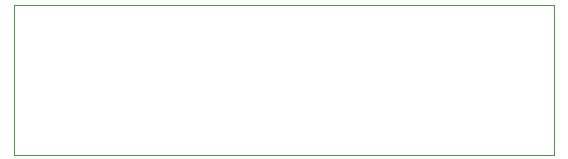
<source format=gbr>
G04 (created by PCBNEW (2013-07-07 BZR 4022)-stable) date 2/6/2016 8:58:51 PM*
%MOIN*%
G04 Gerber Fmt 3.4, Leading zero omitted, Abs format*
%FSLAX34Y34*%
G01*
G70*
G90*
G04 APERTURE LIST*
%ADD10C,0.00590551*%
%ADD11C,0.00393701*%
G04 APERTURE END LIST*
G54D10*
G54D11*
X-7000Y500D02*
X11000Y500D01*
X-7000Y-4500D02*
X-7000Y500D01*
X11000Y-4500D02*
X-7000Y-4500D01*
X11000Y500D02*
X11000Y-4500D01*
M02*

</source>
